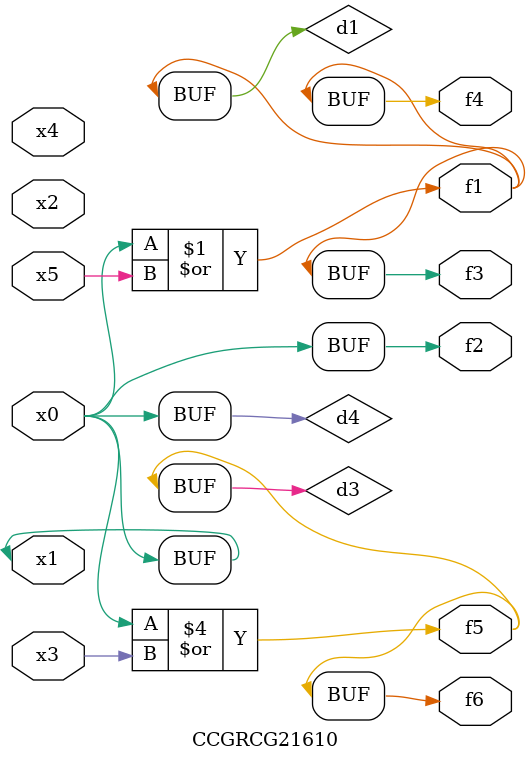
<source format=v>
module CCGRCG21610(
	input x0, x1, x2, x3, x4, x5,
	output f1, f2, f3, f4, f5, f6
);

	wire d1, d2, d3, d4;

	or (d1, x0, x5);
	xnor (d2, x1, x4);
	or (d3, x0, x3);
	buf (d4, x0, x1);
	assign f1 = d1;
	assign f2 = d4;
	assign f3 = d1;
	assign f4 = d1;
	assign f5 = d3;
	assign f6 = d3;
endmodule

</source>
